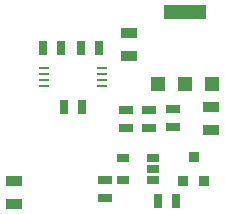
<source format=gbr>
G04 #@! TF.GenerationSoftware,KiCad,Pcbnew,5.0.2*
G04 #@! TF.CreationDate,2020-03-31T15:33:04+02:00*
G04 #@! TF.ProjectId,pmod-dac-ls,706d6f64-2d64-4616-932d-6c732e6b6963,1*
G04 #@! TF.SameCoordinates,Original*
G04 #@! TF.FileFunction,Paste,Top*
G04 #@! TF.FilePolarity,Positive*
%FSLAX46Y46*%
G04 Gerber Fmt 4.6, Leading zero omitted, Abs format (unit mm)*
G04 Created by KiCad (PCBNEW 5.0.2) date mar. 31 mars 2020 15:33:04 CEST*
%MOMM*%
%LPD*%
G01*
G04 APERTURE LIST*
%ADD10R,0.635000X1.143000*%
%ADD11R,0.930000X0.230000*%
%ADD12R,1.000760X0.701040*%
%ADD13R,1.198880X1.198880*%
%ADD14R,3.599180X1.198880*%
%ADD15R,1.397000X0.889000*%
%ADD16R,0.914400X0.914400*%
%ADD17R,1.143000X0.635000*%
G04 APERTURE END LIST*
D10*
G04 #@! TO.C,R1*
X144262000Y-105000000D03*
X142738000Y-105000000D03*
G04 #@! TD*
D11*
G04 #@! TO.C,U1*
X141050000Y-101750000D03*
X141050000Y-102250000D03*
X141050000Y-102750000D03*
X141050000Y-103250000D03*
X145950000Y-103250000D03*
X145950000Y-102750000D03*
X145950000Y-102250000D03*
X145950000Y-101750000D03*
G04 #@! TD*
D10*
G04 #@! TO.C,R2*
X152262000Y-113000000D03*
X150738000Y-113000000D03*
G04 #@! TD*
D12*
G04 #@! TO.C,U2*
X147730000Y-111202500D03*
X147730000Y-109297500D03*
X150270000Y-109297500D03*
X150270000Y-110250000D03*
X150270000Y-111202500D03*
G04 #@! TD*
D13*
G04 #@! TO.C,Q2*
X153000000Y-103050540D03*
X150698760Y-103050540D03*
X155301240Y-103050540D03*
D14*
X153000000Y-96949460D03*
G04 #@! TD*
D15*
G04 #@! TO.C,C1*
X138500000Y-111297500D03*
X138500000Y-113202500D03*
G04 #@! TD*
G04 #@! TO.C,C2*
X155240000Y-106962500D03*
X155240000Y-105057500D03*
G04 #@! TD*
D16*
G04 #@! TO.C,Q1*
X154639000Y-111266000D03*
X152861000Y-111266000D03*
X153750000Y-109234000D03*
G04 #@! TD*
D17*
G04 #@! TO.C,R3*
X152000000Y-105228000D03*
X152000000Y-106752000D03*
G04 #@! TD*
G04 #@! TO.C,R4*
X150000000Y-105238000D03*
X150000000Y-106762000D03*
G04 #@! TD*
G04 #@! TO.C,R5*
X148000000Y-106762000D03*
X148000000Y-105238000D03*
G04 #@! TD*
D10*
G04 #@! TO.C,C3*
X140988000Y-100000000D03*
X142512000Y-100000000D03*
G04 #@! TD*
D17*
G04 #@! TO.C,C4*
X146250000Y-112762000D03*
X146250000Y-111238000D03*
G04 #@! TD*
D10*
G04 #@! TO.C,R6*
X144238000Y-100000000D03*
X145762000Y-100000000D03*
G04 #@! TD*
D15*
G04 #@! TO.C,C5*
X148250000Y-98797500D03*
X148250000Y-100702500D03*
G04 #@! TD*
M02*

</source>
